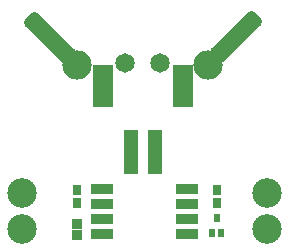
<source format=gts>
G04*
G04 #@! TF.GenerationSoftware,Altium Limited,Altium Designer,21.8.1 (53)*
G04*
G04 Layer_Color=8388736*
%FSLAX25Y25*%
%MOIN*%
G70*
G04*
G04 #@! TF.SameCoordinates,FF865A40-9ECA-49BB-A520-BFC7B97F7BDB*
G04*
G04*
G04 #@! TF.FilePolarity,Negative*
G04*
G01*
G75*
%ADD19R,0.02375X0.02631*%
%ADD20R,0.07690X0.03359*%
%ADD21R,0.04737X0.14580*%
%ADD22R,0.06706X0.14186*%
%ADD23R,0.03162X0.03556*%
%ADD24R,0.03320X0.03359*%
G04:AMPARAMS|DCode=25|XSize=61.15mil|YSize=204.85mil|CornerRadius=17.29mil|HoleSize=0mil|Usage=FLASHONLY|Rotation=135.000|XOffset=0mil|YOffset=0mil|HoleType=Round|Shape=RoundedRectangle|*
%AMROUNDEDRECTD25*
21,1,0.06115,0.17028,0,0,135.0*
21,1,0.02657,0.20485,0,0,135.0*
1,1,0.03458,0.05081,0.06960*
1,1,0.03458,0.06960,0.05081*
1,1,0.03458,-0.05081,-0.06960*
1,1,0.03458,-0.06960,-0.05081*
%
%ADD25ROUNDEDRECTD25*%
G04:AMPARAMS|DCode=26|XSize=61.15mil|YSize=204.85mil|CornerRadius=17.29mil|HoleSize=0mil|Usage=FLASHONLY|Rotation=45.000|XOffset=0mil|YOffset=0mil|HoleType=Round|Shape=RoundedRectangle|*
%AMROUNDEDRECTD26*
21,1,0.06115,0.17028,0,0,45.0*
21,1,0.02657,0.20485,0,0,45.0*
1,1,0.03458,0.06960,-0.05081*
1,1,0.03458,0.05081,-0.06960*
1,1,0.03458,-0.06960,0.05081*
1,1,0.03458,-0.05081,0.06960*
%
%ADD26ROUNDEDRECTD26*%
%ADD27C,0.09855*%
%ADD28C,0.06509*%
%ADD29C,0.09800*%
D19*
X78925Y145012D02*
D03*
X82075D02*
D03*
X80500Y149988D02*
D03*
D20*
X70772Y144500D02*
D03*
Y149500D02*
D03*
Y154500D02*
D03*
Y159500D02*
D03*
X42228D02*
D03*
Y154500D02*
D03*
Y149500D02*
D03*
Y144500D02*
D03*
D21*
X59921Y172000D02*
D03*
X52047D02*
D03*
D22*
X69173Y193850D02*
D03*
X42795D02*
D03*
D23*
X80500Y159165D02*
D03*
Y154835D02*
D03*
X34000Y159165D02*
D03*
Y154835D02*
D03*
D24*
Y144228D02*
D03*
Y147772D02*
D03*
D25*
X87106Y210142D02*
D03*
D26*
X25000Y210000D02*
D03*
D27*
X97445Y146095D02*
D03*
Y158299D02*
D03*
X15555D02*
D03*
Y146095D02*
D03*
D28*
X61811Y201500D02*
D03*
X50000D02*
D03*
D29*
X34000Y201000D02*
D03*
X77613Y200996D02*
D03*
M02*

</source>
